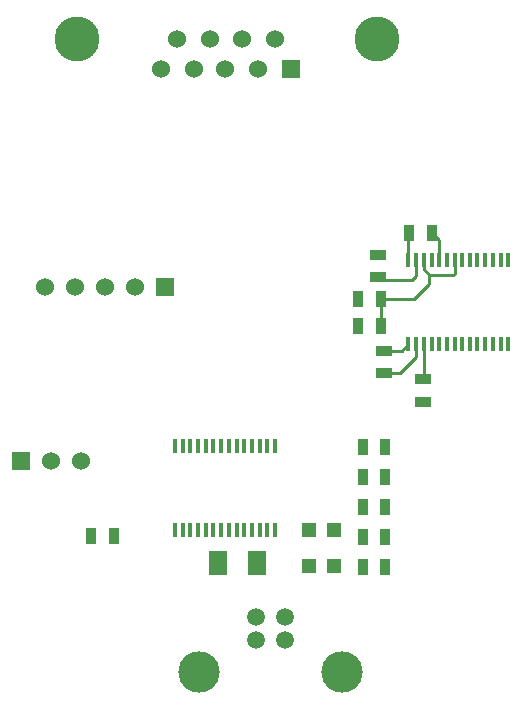
<source format=gtl>
G04 (created by PCBNEW-RS274X (2012-02-19 BZR 3421)-stable) date jue 22 mar 2012 00:35:12 COT*
G01*
G70*
G90*
%MOIN*%
G04 Gerber Fmt 3.4, Leading zero omitted, Abs format*
%FSLAX34Y34*%
G04 APERTURE LIST*
%ADD10C,0.006000*%
%ADD11R,0.016000X0.050000*%
%ADD12R,0.060000X0.080000*%
%ADD13R,0.035000X0.055000*%
%ADD14R,0.055000X0.035000*%
%ADD15R,0.060000X0.060000*%
%ADD16C,0.060000*%
%ADD17R,0.047200X0.047200*%
%ADD18C,0.150000*%
%ADD19C,0.059100*%
%ADD20C,0.137800*%
%ADD21C,0.010000*%
G04 APERTURE END LIST*
G54D10*
G54D11*
X96650Y-47300D03*
X96400Y-47300D03*
X96140Y-47300D03*
X95880Y-47300D03*
X95630Y-47300D03*
X95370Y-47300D03*
X95110Y-47300D03*
X94860Y-47300D03*
X94600Y-47300D03*
X94350Y-47300D03*
X94090Y-47300D03*
X93830Y-47300D03*
X93580Y-47300D03*
X93320Y-47300D03*
X93320Y-50100D03*
X93580Y-50100D03*
X93820Y-50100D03*
X94090Y-50100D03*
X94350Y-50100D03*
X94600Y-50100D03*
X94860Y-50100D03*
X95110Y-50100D03*
X95370Y-50100D03*
X95630Y-50100D03*
X95880Y-50100D03*
X96140Y-50100D03*
X96400Y-50100D03*
X96650Y-50100D03*
X101100Y-43900D03*
X101350Y-43900D03*
X101610Y-43900D03*
X101870Y-43900D03*
X102120Y-43900D03*
X102380Y-43900D03*
X102640Y-43900D03*
X102890Y-43900D03*
X103150Y-43900D03*
X103400Y-43900D03*
X103660Y-43900D03*
X103920Y-43900D03*
X104170Y-43900D03*
X104430Y-43900D03*
X104430Y-41100D03*
X104170Y-41100D03*
X103930Y-41100D03*
X103660Y-41100D03*
X103400Y-41100D03*
X103150Y-41100D03*
X102890Y-41100D03*
X102640Y-41100D03*
X102380Y-41100D03*
X102120Y-41100D03*
X101870Y-41100D03*
X101610Y-41100D03*
X101350Y-41100D03*
X101100Y-41100D03*
G54D12*
X96050Y-51200D03*
X94750Y-51200D03*
G54D13*
X100175Y-42400D03*
X99425Y-42400D03*
X99575Y-50350D03*
X100325Y-50350D03*
X99575Y-51350D03*
X100325Y-51350D03*
G54D14*
X100300Y-44125D03*
X100300Y-44875D03*
G54D13*
X101125Y-40200D03*
X101875Y-40200D03*
X91275Y-50300D03*
X90525Y-50300D03*
X100325Y-48350D03*
X99575Y-48350D03*
X100325Y-47350D03*
X99575Y-47350D03*
X100325Y-49350D03*
X99575Y-49350D03*
G54D14*
X101600Y-45075D03*
X101600Y-45825D03*
X100100Y-41675D03*
X100100Y-40925D03*
G54D15*
X93000Y-42000D03*
G54D16*
X92000Y-42000D03*
X91000Y-42000D03*
X90000Y-42000D03*
X89000Y-42000D03*
G54D15*
X88200Y-47800D03*
G54D16*
X89200Y-47800D03*
X90200Y-47800D03*
G54D17*
X98613Y-51300D03*
X97787Y-51300D03*
X98613Y-50100D03*
X97787Y-50100D03*
G54D18*
X100050Y-33750D03*
X90050Y-33750D03*
G54D15*
X97200Y-34750D03*
G54D16*
X96100Y-34750D03*
X95000Y-34750D03*
X93950Y-34750D03*
X92850Y-34750D03*
X93400Y-33750D03*
X94500Y-33750D03*
X95550Y-33750D03*
X96650Y-33750D03*
G54D19*
X96010Y-53780D03*
X96990Y-53780D03*
X96990Y-52990D03*
X96010Y-52990D03*
G54D20*
X94130Y-54850D03*
X98870Y-54850D03*
G54D13*
X100175Y-43300D03*
X99425Y-43300D03*
G54D21*
X101350Y-44350D02*
X101350Y-43900D01*
X100825Y-44875D02*
X101350Y-44350D01*
X100300Y-44875D02*
X100825Y-44875D01*
X101610Y-45065D02*
X101600Y-45075D01*
X101610Y-43900D02*
X101610Y-45065D01*
X100300Y-44125D02*
X100875Y-44125D01*
X100875Y-44125D02*
X101100Y-43900D01*
X102120Y-41100D02*
X102120Y-40445D01*
X102120Y-40445D02*
X101875Y-40200D01*
X101100Y-41100D02*
X101100Y-40225D01*
X101100Y-40225D02*
X101125Y-40200D01*
X101350Y-41650D02*
X101350Y-41100D01*
X100300Y-41775D02*
X101225Y-41775D01*
X101225Y-41775D02*
X101350Y-41650D01*
X100175Y-43300D02*
X100175Y-42400D01*
X100175Y-42400D02*
X101300Y-42400D01*
X101300Y-42400D02*
X101800Y-41900D01*
X101800Y-41900D02*
X101800Y-41600D01*
X101610Y-41100D02*
X101610Y-41410D01*
X102640Y-41560D02*
X102640Y-41100D01*
X102600Y-41600D02*
X102640Y-41560D01*
X101800Y-41600D02*
X101900Y-41600D01*
X101900Y-41600D02*
X102600Y-41600D01*
X101610Y-41410D02*
X101800Y-41600D01*
M02*

</source>
